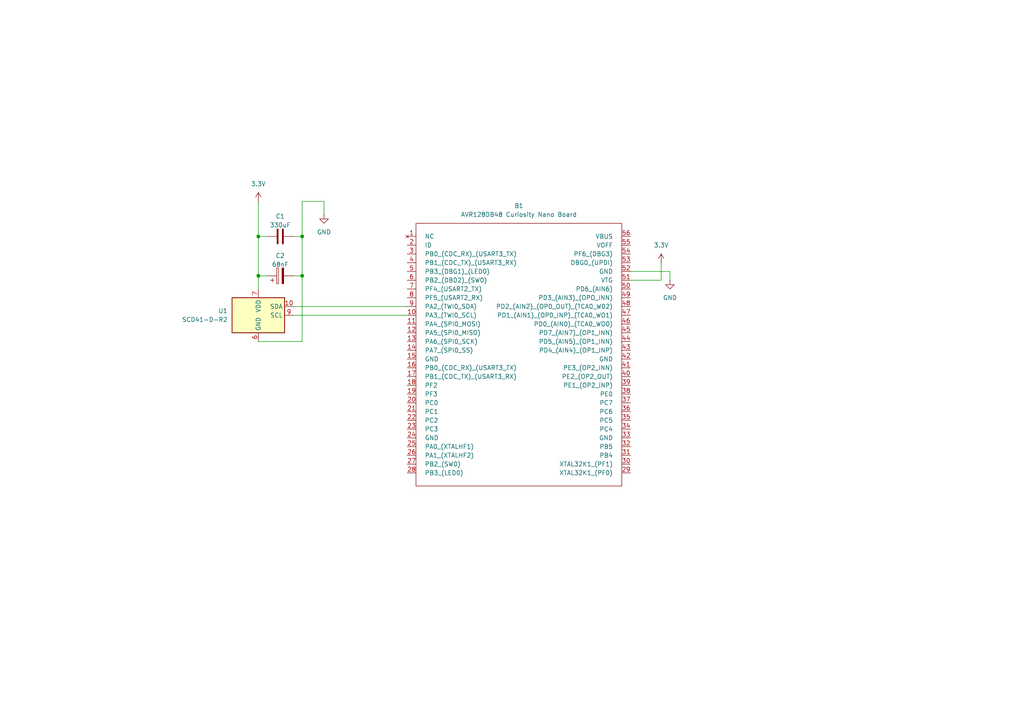
<source format=kicad_sch>
(kicad_sch (version 20231120) (generator "eeschema") (generator_version "8.0")
  (paper "A4")
  (title_block (title "ESE381-Lab10") (company "Stony Brook University") (comment 1 "Lab Section 02") (comment 2 "SBUID 114639231") (comment 3 "Mingi Hwang"))
  (lib_symbols
    (symbol "Curiosity_Nano:avr128db48_Curiosity_Nano" (pin_names (offset 2.54))
      (property "Reference" "B" (at -2.032 42.418 0))
      (property "Value" "AVR128DB48 Curiosity Nano Board" (at 1.27 39.116 0))
      (symbol "avr128db48_Curiosity_Nano_0_1"
        (rectangle (start -30.48 36.83) (end 29.21 -39.37))
        (rectangle (start 29.21 -39.37) (end 29.21 -39.37))
      )
      (symbol "avr128db48_Curiosity_Nano_1_1"
        (pin no_connect line (at -33.02 33.02 0) (length 2.54) (name "NC") (number "1"))
        (pin bidirectional line (at -33.02 10.16 0) (length 2.54) (name "PA3_(TWI0_SCL)") (number "10"))
        (pin bidirectional line (at -33.02 7.62 0) (length 2.54) (name "PA4_(SPI0_MOSI)") (number "11"))
        (pin bidirectional line (at -33.02 5.08 0) (length 2.54) (name "PA5_(SPI0_MISO)") (number "12"))
        (pin bidirectional line (at -33.02 2.54 0) (length 2.54) (name "PA6_(SPI0_SCK)") (number "13"))
        (pin bidirectional line (at -33.02 0 0) (length 2.54) (name "PA7_(SPI0_SS)") (number "14"))
        (pin input line (at -33.02 -2.54 0) (length 2.54) (name "GND") (number "15"))
        (pin bidirectional line (at -33.02 -5.08 0) (length 2.54) (name "PB0_(CDC_RX)_(USART3_TX)") (number "16"))
        (pin bidirectional line (at -33.02 -7.62 0) (length 2.54) (name "PB1_(CDC_TX)_(USART3_RX)") (number "17"))
        (pin bidirectional line (at -33.02 -10.16 0) (length 2.54) (name "PF2") (number "18"))
        (pin bidirectional line (at -33.02 -12.7 0) (length 2.54) (name "PF3") (number "19"))
        (pin bidirectional line (at -33.02 30.48 0) (length 2.54) (name "ID") (number "2"))
        (pin bidirectional line (at -33.02 -15.24 0) (length 2.54) (name "PC0") (number "20"))
        (pin bidirectional line (at -33.02 -17.78 0) (length 2.54) (name "PC1") (number "21"))
        (pin bidirectional line (at -33.02 -20.32 0) (length 2.54) (name "PC2") (number "22"))
        (pin bidirectional line (at -33.02 -22.86 0) (length 2.54) (name "PC3") (number "23"))
        (pin input line (at -33.02 -25.4 0) (length 2.54) (name "GND") (number "24"))
        (pin input line (at -33.02 -27.94 0) (length 2.54) (name "PA0_(XTALHF1)") (number "25"))
        (pin input line (at -33.02 -30.48 0) (length 2.54) (name "PA1_(XTALHF2)") (number "26"))
        (pin bidirectional line (at -33.02 -33.02 0) (length 2.54) (name "PB2_(SW0)") (number "27"))
        (pin bidirectional line (at -33.02 -35.56 0) (length 2.54) (name "PB3_(LED0)") (number "28"))
        (pin bidirectional line (at 31.75 -35.56 180) (length 2.54) (name "XTAL32K1_(PF0)") (number "29"))
        (pin bidirectional line (at -33.02 27.94 0) (length 2.54) (name "PB0_(CDC_RX)_(USART3_TX)") (number "3"))
        (pin bidirectional line (at 31.75 -33.02 180) (length 2.54) (name "XTAL32K1_(PF1)") (number "30"))
        (pin bidirectional line (at 31.75 -30.48 180) (length 2.54) (name "PB4") (number "31"))
        (pin bidirectional line (at 31.75 -27.94 180) (length 2.54) (name "PB5") (number "32"))
        (pin input line (at 31.75 -25.4 180) (length 2.54) (name "GND") (number "33"))
        (pin bidirectional line (at 31.75 -22.86 180) (length 2.54) (name "PC4") (number "34"))
        (pin bidirectional line (at 31.75 -20.32 180) (length 2.54) (name "PC5") (number "35"))
        (pin bidirectional line (at 31.75 -17.78 180) (length 2.54) (name "PC6") (number "36"))
        (pin bidirectional line (at 31.75 -15.24 180) (length 2.54) (name "PC7") (number "37"))
        (pin bidirectional line (at 31.75 -12.7 180) (length 2.54) (name "PE0") (number "38"))
        (pin bidirectional line (at 31.75 -10.16 180) (length 2.54) (name "PE1_(OP2_INP)") (number "39"))
        (pin bidirectional line (at -33.02 25.4 0) (length 2.54) (name "PB1_(CDC_TX)_(USART3_RX)") (number "4"))
        (pin bidirectional line (at 31.75 -7.62 180) (length 2.54) (name "PE2_(OP2_OUT)") (number "40"))
        (pin bidirectional line (at 31.75 -5.08 180) (length 2.54) (name "PE3_(OP2_INN)") (number "41"))
        (pin input line (at 31.75 -2.54 180) (length 2.54) (name "GND") (number "42"))
        (pin bidirectional line (at 31.75 0 180) (length 2.54) (name "PD4_(AIN4)_(OP1_INP)") (number "43"))
        (pin bidirectional line (at 31.75 2.54 180) (length 2.54) (name "PD5_(AIN5)_(OP1_INN)") (number "44"))
        (pin bidirectional line (at 31.75 5.08 180) (length 2.54) (name "PD7_(AIN7)_(OP1_INN)") (number "45"))
        (pin bidirectional line (at 31.75 7.62 180) (length 2.54) (name "PD0_(AIN0)_(TCA0_WO0)") (number "46"))
        (pin bidirectional line (at 31.75 10.16 180) (length 2.54) (name "PD1_(AIN1)_(OP0_INP)_(TCA0_WO1)") (number "47"))
        (pin bidirectional line (at 31.75 12.7 180) (length 2.54) (name "PD2_(AIN2)_(OP0_OUT)_(TCA0_W02)") (number "48"))
        (pin bidirectional line (at 31.75 15.24 180) (length 2.54) (name "PD3_(AIN3)_(OPO_INN)") (number "49"))
        (pin bidirectional line (at -33.02 22.86 0) (length 2.54) (name "PB3_(DBG1)_(LED0)") (number "5"))
        (pin bidirectional line (at 31.75 17.78 180) (length 2.54) (name "PD6_(AIN6)") (number "50"))
        (pin power_out line (at 31.75 20.32 180) (length 2.54) (name "VTG") (number "51"))
        (pin input line (at 31.75 22.86 180) (length 2.54) (name "GND") (number "52"))
        (pin bidirectional line (at 31.75 25.4 180) (length 2.54) (name "DBG0_(UPDI)") (number "53"))
        (pin bidirectional line (at 31.75 27.94 180) (length 2.54) (name "PF6_(DBG3)") (number "54"))
        (pin input line (at 31.75 30.48 180) (length 2.54) (name "VOFF") (number "55"))
        (pin power_out line (at 31.75 33.02 180) (length 2.54) (name "VBUS") (number "56"))
        (pin bidirectional line (at -33.02 20.32 0) (length 2.54) (name "PB2_(DBD2)_(SW0)") (number "6"))
        (pin bidirectional line (at -33.02 17.78 0) (length 2.54) (name "PF4_(USART2_TX)") (number "7"))
        (pin bidirectional line (at -33.02 15.24 0) (length 2.54) (name "PF5_(USART2_RX)") (number "8"))
        (pin bidirectional line (at -33.02 12.7 0) (length 2.54) (name "PA2_(TWI0_SDA)") (number "9"))
      )
    )
    (symbol "Device:C" (pin_numbers hide) (pin_names (offset 0.254))
      (property "Reference" "C" (at 0.635 2.54 0))
      (property "Value" "C" (at 0.635 -2.54 0))
      (symbol "C_0_1"
        (polyline (pts (xy -2.032 -0.762) (xy 2.032 -0.762)) (stroke (width 0.508)))
        (polyline (pts (xy -2.032 0.762) (xy 2.032 0.762)) (stroke (width 0.508)))
      )
      (symbol "C_1_1"
        (pin passive line (at 0 3.81 270) (length 2.794) (name "~") (number "1"))
        (pin passive line (at 0 -3.81 90) (length 2.794) (name "~") (number "2"))
      )
    )
    (symbol "Device:C_Polarized" (pin_numbers hide) (pin_names (offset 0.254))
      (property "Reference" "C" (at 0.635 2.54 0))
      (property "Value" "C_Polarized" (at 0.635 -2.54 0))
      (symbol "C_Polarized_0_1"
        (rectangle (start -2.286 0.508) (end 2.286 1.016))
        (polyline (pts (xy -1.778 2.286) (xy -0.762 2.286)))
        (polyline (pts (xy -1.27 2.794) (xy -1.27 1.778)))
        (rectangle (start 2.286 -0.508) (end -2.286 -1.016) (fill (type outline)))
      )
      (symbol "C_Polarized_1_1"
        (pin passive line (at 0 3.81 270) (length 2.794) (name "~") (number "1"))
        (pin passive line (at 0 -3.81 90) (length 2.794) (name "~") (number "2"))
      )
    )
    (symbol "Sensor_Gas:SCD41-D-R2"
      (property "Reference" "U" (at -7.62 6.35 0))
      (property "Value" "SCD41-D-R2" (at 6.985 6.35 0))
      (symbol "SCD41-D-R2_0_1"
        (rectangle (start 7.62 5.08) (end -7.62 -5.08) (stroke (width 0.254)) (fill (type background)))
      )
      (symbol "SCD41-D-R2_1_1"
        (pin bidirectional line (at 10.16 2.54 180) (length 2.54) (name "SDA") (number "10"))
        (pin passive line (at 0 7.62 270) (length 2.54) hide (name "VDD") (number "19"))
        (pin passive line (at 0 -7.62 90) (length 2.54) hide (name "GND") (number "20"))
        (pin passive line (at 0 -7.62 90) (length 2.54) hide (name "GND") (number "21"))
        (pin power_in line (at 0 -7.62 90) (length 2.54) (name "GND") (number "6"))
        (pin power_in line (at 0 7.62 270) (length 2.54) (name "VDD") (number "7"))
        (pin input line (at 10.16 0 180) (length 2.54) (name "SCL") (number "9"))
      )
    )
    (symbol "power:GND" (power) (pin_numbers hide) (pin_names (offset 0) hide)
      (property "Value" "GND" (at 0 -3.81 0))
      (symbol "GND_0_1"
        (polyline (pts (xy 0 0) (xy 0 -1.27) (xy 1.27 -1.27) (xy 0 -2.54) (xy -1.27 -1.27) (xy 0 -1.27)))
      )
      (symbol "GND_1_1"
        (pin power_in line (at 0 0 270) (length 0) (name "~") (number "1"))
      )
    )
    (symbol "power:VCC" (power) (pin_numbers hide) (pin_names (offset 0) hide)
      (property "Value" "VCC" (at 0 3.556 0))
      (symbol "VCC_0_1"
        (polyline (pts (xy -0.762 1.27) (xy 0 2.54)))
        (polyline (pts (xy 0 0) (xy 0 2.54)))
        (polyline (pts (xy 0 2.54) (xy 0.762 1.27)))
      )
      (symbol "VCC_1_1"
        (pin power_in line (at 0 0 90) (length 0) (name "~") (number "1"))
      )
    )
  )
  (junction (at 74.93 80.01))
  (junction (at 87.63 68.58))
  (junction (at 74.93 68.58))
  (junction (at 87.63 80.01))
  (wire (pts (xy 87.63 80.01) (xy 87.63 99.06)))
  (wire (pts (xy 182.88 78.74) (xy 194.31 78.74)))
  (wire (pts (xy 93.98 58.42) (xy 93.98 62.23)))
  (wire (pts (xy 182.88 81.28) (xy 191.77 81.28)))
  (wire (pts (xy 74.93 80.01) (xy 77.47 80.01)))
  (wire (pts (xy 85.09 68.58) (xy 87.63 68.58)))
  (wire (pts (xy 85.09 80.01) (xy 87.63 80.01)))
  (wire (pts (xy 191.77 76.2) (xy 191.77 81.28)))
  (wire (pts (xy 87.63 58.42) (xy 87.63 68.58)))
  (wire (pts (xy 74.93 58.42) (xy 74.93 68.58)))
  (wire (pts (xy 85.09 91.44) (xy 118.11 91.44)))
  (wire (pts (xy 74.93 80.01) (xy 74.93 83.82)))
  (wire (pts (xy 74.93 68.58) (xy 77.47 68.58)))
  (wire (pts (xy 87.63 58.42) (xy 93.98 58.42)))
  (wire (pts (xy 74.93 68.58) (xy 74.93 80.01)))
  (wire (pts (xy 194.31 78.74) (xy 194.31 81.28)))
  (wire (pts (xy 87.63 68.58) (xy 87.63 80.01)))
  (wire (pts (xy 74.93 99.06) (xy 87.63 99.06)))
  (wire (pts (xy 85.09 88.9) (xy 118.11 88.9)))
  (symbol (lib_id "Curiosity_Nano:avr128db48_Curiosity_Nano") (at 151.13 101.6 0) (unit 1)
    (property "Reference" "B1" (at 150.495 59.69 0))
    (property "Value" "AVR128DB48 Curiosity Nano Board" (at 150.495 62.23 0))
  )
  (symbol (lib_id "power:GND") (at 93.98 62.23 0) (unit 1)
    (property "Reference" "#PWR04" (effects (hide yes)))
    (property "Value" "GND" (at 93.98 67.31 0))
    (property "Description" "Power symbol creates a global label with name \"GND\" , ground" (effects (hide yes)))
  )
  (symbol (lib_id "power:GND") (at 194.31 81.28 0) (unit 1)
    (property "Reference" "#PWR02" (effects (hide yes)))
    (property "Value" "GND" (at 194.31 86.36 0))
    (property "Description" "Power symbol creates a global label with name \"GND\" , ground" (effects (hide yes)))
  )
  (symbol (lib_id "Device:C_Polarized") (at 81.28 80.01 90) (unit 1)
    (property "Reference" "C2" (at 81.28 74.168 90))
    (property "Value" "68nF" (at 81.28 76.708 90))
    (property "Description" "Polarized capacitor" (effects (hide yes)))
  )
  (symbol (lib_id "Sensor_Gas:SCD41-D-R2") (at 74.93 91.44 0) (unit 1)
    (property "Reference" "U1" (at 66.04 90.1699 0) (effects (justify right)))
    (property "Value" "SCD41-D-R2" (at 66.04 92.7099 0) (effects (justify right)))
    (property "Footprint" "Sensor:Sensirion_SCD4x-1EP_10.1x10.1mm_P1.25mm_EP4.8x4.8mm" (effects (hide yes)))
    (property "Datasheet" "https://sensirion.com/media/documents/E0F04247/631EF271/CD_DS_SCD40_SCD41_Datasheet_D1.pdf" (effects (hide yes)))
    (property "Description" "Photoacoustic CO2 sensor, 40 000 ppm, I2C, 2.4-5.5 V, High accuracy  400 - 5000 ppm" (effects (hide yes)))
  )
  (symbol (lib_id "Device:C") (at 81.28 68.58 90) (unit 1)
    (property "Reference" "C1" (at 81.28 62.738 90))
    (property "Value" "330uF" (at 81.28 65.278 90))
    (property "Description" "Unpolarized capacitor" (effects (hide yes)))
  )
  (symbol (lib_id "power:VCC") (at 191.77 76.2 0) (unit 1)
    (property "Reference" "#PWR01" (effects (hide yes)))
    (property "Value" "3.3V" (at 191.77 71.12 0))
    (property "Description" "Power symbol creates a global label with name \"VCC\"" (effects (hide yes)))
  )
  (symbol (lib_id "power:VCC") (at 74.93 58.42 0) (unit 1)
    (property "Reference" "#PWR03" (effects (hide yes)))
    (property "Value" "3.3V" (at 74.93 53.34 0))
    (property "Description" "Power symbol creates a global label with name \"VCC\"" (effects (hide yes)))
  )
)
</source>
